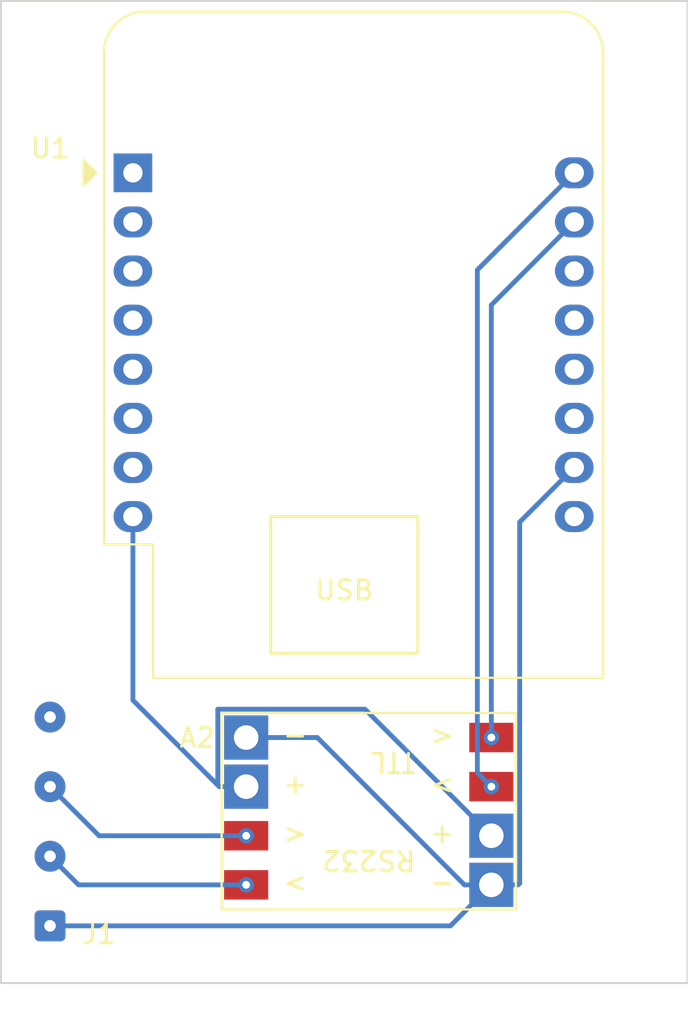
<source format=kicad_pcb>
(kicad_pcb (version 20211014) (generator pcbnew)
  (layers (0 "F.Cu" signal) (31 "B.Cu" signal) (34 "B.Paste" user) (35 "F.Paste" user) (36 "B.SilkS" user "B.Silkscreen") (37 "F.SilkS" user "F.Silkscreen") (38 "B.Mask" user) (39 "F.Mask" user) (44 "Edge.Cuts" user))
  (net 0 "")
  (net 1 "GND")
  (net 2 "+5V")
  (net 3 "Net-(U1-Pad16)")
  (net 4 "Net-(U1-Pad15)")
  (net 5 "Net-(J1-Pad3)")
  (net 6 "Net-(J1-Pad2)")
  (net 7 "+3V3")
  (footprint "Module:MAX3232 module" (layer "F.Cu") (at 114.3 86.36 180)
    (fp_text reference "A2" (at 7.62 5.08 unlocked) (layer "F.SilkS"))
    (fp_text value "MAX3232 module")
    (fp_text user "<" (at 2.54 0 180 unlocked) (layer "F.SilkS"))
    (fp_text user "+" (at 2.54 2.54 180 unlocked) (layer "F.SilkS"))
    (fp_text user "<" (at -5.08 5.08 180 unlocked) (layer "F.SilkS"))
    (fp_text user ">" (at 2.54 -2.54 180 unlocked) (layer "F.SilkS"))
    (fp_text user "RS232" (at -1.27 -1.27 180 unlocked) (layer "F.SilkS"))
    (fp_text user ">" (at -5.08 2.54 180 unlocked) (layer "F.SilkS"))
    (fp_text user "+" (at -5.08 0 180 unlocked) (layer "F.SilkS"))
    (fp_text user "-" (at -5.08 -2.54 180 unlocked) (layer "F.SilkS"))
    (fp_text user "TTL" (at -2.54 3.81 180 unlocked) (layer "F.SilkS"))
    (fp_text user "-" (at 2.54 5.08 180 unlocked) (layer "F.SilkS"))
    (fp_rect (start -8.89 -3.81) (end 6.35 6.35) (layer "F.SilkS") (width 0.12) (fill none))
    (pad "11" smd rect (at -7.62 2.54 180) (size 2.286 1.524) (layers "F.Cu" "F.Paste" "F.Mask") (net 3 "Net-(U1-Pad16)"))
    (pad "12" smd rect (at -7.62 5.08 180) (size 2.286 1.524) (layers "F.Cu" "F.Paste" "F.Mask") (net 4 "Net-(U1-Pad15)"))
    (pad "13" smd rect (at 5.08 0 180) (size 2.286 1.524) (layers "F.Cu" "F.Paste" "F.Mask") (net 5 "Net-(J1-Pad3)"))
    (pad "14" smd rect (at 5.08 -2.54 180) (size 2.286 1.524) (layers "F.Cu" "F.Paste" "F.Mask") (net 6 "Net-(J1-Pad2)"))
    (pad "15" thru_hole rect (at 5.08 5.08 180) (size 2.286 2.286) (drill 1.27) (layers *.Cu *.Mask) (net 1 "GND"))
    (pad "15" thru_hole rect (at -7.62 -2.54 180) (size 2.286 2.286) (drill 1.27) (layers *.Cu *.Mask) (net 1 "GND"))
    (pad "16" thru_hole rect (at 5.08 2.54 180) (size 2.286 2.286) (drill 1.27) (layers *.Cu *.Mask) (net 7 "+3V3"))
    (pad "16" thru_hole rect (at -7.62 0 180) (size 2.286 2.286) (drill 1.27) (layers *.Cu *.Mask) (net 7 "+3V3"))
  )
  (footprint "Module:WEMOS_D1_mini_light" (layer "F.Cu") (at 103.355 52.07)
    (fp_text reference "U1" (at -4.295 -1.27) (layer "F.SilkS"))
    (fp_text value "WeMos_D1_mini")
    (fp_line (start 24.36 26.12) (end 24.36 -6.21) (layer "F.SilkS") (width 0.12))
    (fp_line (start 1.04 19.22) (end 1.04 26.12) (layer "F.SilkS") (width 0.12))
    (fp_line (start -1.5 19.22) (end -1.5 -6.21) (layer "F.SilkS") (width 0.12))
    (fp_line (start -1.5 19.22) (end 1.04 19.22) (layer "F.SilkS") (width 0.12))
    (fp_line (start 1.04 26.12) (end 24.36 26.12) (layer "F.SilkS") (width 0.12))
    (fp_line (start 22.24 -8.34) (end 0.63 -8.34) (layer "F.SilkS") (width 0.12))
    (fp_arc (start 22.23 -8.34) (mid 23.736137 -7.716137) (end 24.36 -6.21) (layer "F.SilkS") (width 0.12))
    (fp_arc (start -1.5 -6.21) (mid -0.876137 -7.716137) (end 0.63 -8.34) (layer "F.SilkS") (width 0.12))
    (fp_poly (pts (xy -2.54 -0.635) (xy -2.54 0.635) (xy -1.905 0)) (layer "F.SilkS") (width 0.15) (fill solid))
    (pad "1" thru_hole rect (at 0 0) (size 2 2) (drill 1) (layers *.Cu *.Mask))
    (pad "2" thru_hole oval (at 0 2.54) (size 2 1.6) (drill 1) (layers *.Cu *.Mask))
    (pad "3" thru_hole oval (at 0 5.08) (size 2 1.6) (drill 1) (layers *.Cu *.Mask))
    (pad "4" thru_hole oval (at 0 7.62) (size 2 1.6) (drill 1) (layers *.Cu *.Mask))
    (pad "5" thru_hole oval (at 0 10.16) (size 2 1.6) (drill 1) (layers *.Cu *.Mask))
    (pad "6" thru_hole oval (at 0 12.7) (size 2 1.6) (drill 1) (layers *.Cu *.Mask))
    (pad "7" thru_hole oval (at 0 15.24) (size 2 1.6) (drill 1) (layers *.Cu *.Mask))
    (pad "8" thru_hole oval (at 0 17.78) (size 2 1.6) (drill 1) (layers *.Cu *.Mask) (net 7 "+3V3"))
    (pad "9" thru_hole oval (at 22.86 17.78) (size 2 1.6) (drill 1) (layers *.Cu *.Mask) (net 2 "+5V"))
    (pad "10" thru_hole oval (at 22.86 15.24) (size 2 1.6) (drill 1) (layers *.Cu *.Mask) (net 1 "GND"))
    (pad "11" thru_hole oval (at 22.86 12.7) (size 2 1.6) (drill 1) (layers *.Cu *.Mask))
    (pad "12" thru_hole oval (at 22.86 10.16) (size 2 1.6) (drill 1) (layers *.Cu *.Mask))
    (pad "13" thru_hole oval (at 22.86 7.62) (size 2 1.6) (drill 1) (layers *.Cu *.Mask))
    (pad "14" thru_hole oval (at 22.86 5.08) (size 2 1.6) (drill 1) (layers *.Cu *.Mask))
    (pad "15" thru_hole oval (at 22.86 2.54) (size 2 1.6) (drill 1) (layers *.Cu *.Mask) (net 4 "Net-(U1-Pad15)"))
    (pad "16" thru_hole oval (at 22.86 0) (size 2 1.6) (drill 1) (layers *.Cu *.Mask) (net 3 "Net-(U1-Pad16)"))
  )
  (footprint "Connector_Wire:SolderWire-0.1sqmm_1x04_P3.6mm_D0.4mm_OD1mm" (layer "F.Cu") (at 99.06 91.02 90)
    (fp_text reference "J1" (at -0.42 2.54) (layer "F.SilkS"))
    (fp_text value "Conn_01x04")
    (pad "1" thru_hole roundrect (at 0 0 90) (size 1.6 1.6) (drill 0.6) (layers *.Cu *.Mask) (roundrect_rratio 0.15625) (net 1 "GND"))
    (pad "2" thru_hole circle (at 3.6 0 90) (size 1.6 1.6) (drill 0.6) (layers *.Cu *.Mask) (net 6 "Net-(J1-Pad2)"))
    (pad "3" thru_hole circle (at 7.2 0 90) (size 1.6 1.6) (drill 0.6) (layers *.Cu *.Mask) (net 5 "Net-(J1-Pad3)"))
    (pad "4" thru_hole circle (at 10.8 0 90) (size 1.6 1.6) (drill 0.6) (layers *.Cu *.Mask))
  )
  (gr_rect (start 110.49 69.85) (end 118.11 76.92) (layer "F.SilkS") (width 0.15) (fill none))
  (gr_rect (start 132.08 43.18) (end 96.52 93.98) (layer "Edge.Cuts") (width 0.1) (fill none))
  (gr_text "USB" (at 114.3 73.66) (layer "F.SilkS") (effects (font (size 1 1))))
  (segment (start 121.92 88.9) (end 120.527 88.9) (width 0.25) (layer "B.Cu") (net 1))
  (segment (start 99.06 91.02) (end 119.8 91.02) (width 0.25) (layer "B.Cu") (net 1))
  (segment (start 119.8 91.02) (end 121.92 88.9) (width 0.25) (layer "B.Cu") (net 1))
  (segment (start 126.215 67.31) (end 123.387511 70.137489) (width 0.25) (layer "B.Cu") (net 1))
  (segment (start 123.313 88.9) (end 121.92 88.9) (width 0.25) (layer "B.Cu") (net 1))
  (segment (start 123.387511 88.825489) (end 123.313 88.9) (width 0.25) (layer "B.Cu") (net 1))
  (segment (start 123.387511 70.137489) (end 123.387511 88.825489) (width 0.25) (layer "B.Cu") (net 1))
  (segment (start 120.527 88.9) (end 112.907 81.28) (width 0.25) (layer "B.Cu") (net 1))
  (segment (start 112.907 81.28) (end 109.22 81.28) (width 0.25) (layer "B.Cu") (net 1))
  (via (at 121.92 83.82) (size 0.8) (drill 0.4) (layers "F.Cu" "B.Cu") (net 3))
  (segment (start 121.195489 57.089511) (end 126.215 52.07) (width 0.25) (layer "B.Cu") (net 3))
  (segment (start 121.195489 83.095489) (end 121.195489 57.089511) (width 0.25) (layer "B.Cu") (net 3))
  (segment (start 121.92 83.82) (end 121.195489 83.095489) (width 0.25) (layer "B.Cu") (net 3))
  (via (at 121.92 81.28) (size 0.8) (drill 0.4) (layers "F.Cu" "B.Cu") (net 4))
  (segment (start 121.92 58.905) (end 126.215 54.61) (width 0.25) (layer "B.Cu") (net 4))
  (segment (start 121.92 81.28) (end 121.92 58.905) (width 0.25) (layer "B.Cu") (net 4))
  (via (at 109.22 86.36) (size 0.8) (drill 0.4) (layers "F.Cu" "B.Cu") (net 5))
  (segment (start 109.22 86.36) (end 101.6 86.36) (width 0.25) (layer "B.Cu") (net 5))
  (segment (start 101.6 86.36) (end 99.06 83.82) (width 0.25) (layer "B.Cu") (net 5))
  (via (at 109.22 88.9) (size 0.8) (drill 0.4) (layers "F.Cu" "B.Cu") (net 6))
  (segment (start 109.22 88.9) (end 100.54 88.9) (width 0.25) (layer "B.Cu") (net 6))
  (segment (start 100.54 88.9) (end 99.06 87.42) (width 0.25) (layer "B.Cu") (net 6))
  (segment (start 121.92 86.36) (end 115.372489 79.812489) (width 0.25) (layer "B.Cu") (net 7))
  (segment (start 107.752489 83.745489) (end 107.827 83.82) (width 0.25) (layer "B.Cu") (net 7))
  (segment (start 107.827 83.82) (end 109.22 83.82) (width 0.25) (layer "B.Cu") (net 7))
  (segment (start 115.372489 79.812489) (end 107.752489 79.812489) (width 0.25) (layer "B.Cu") (net 7))
  (segment (start 103.355 79.348) (end 107.827 83.82) (width 0.25) (layer "B.Cu") (net 7))
  (segment (start 103.355 69.85) (end 103.355 79.348) (width 0.25) (layer "B.Cu") (net 7))
  (segment (start 107.752489 79.812489) (end 107.752489 83.745489) (width 0.25) (layer "B.Cu") (net 7))
)
</source>
